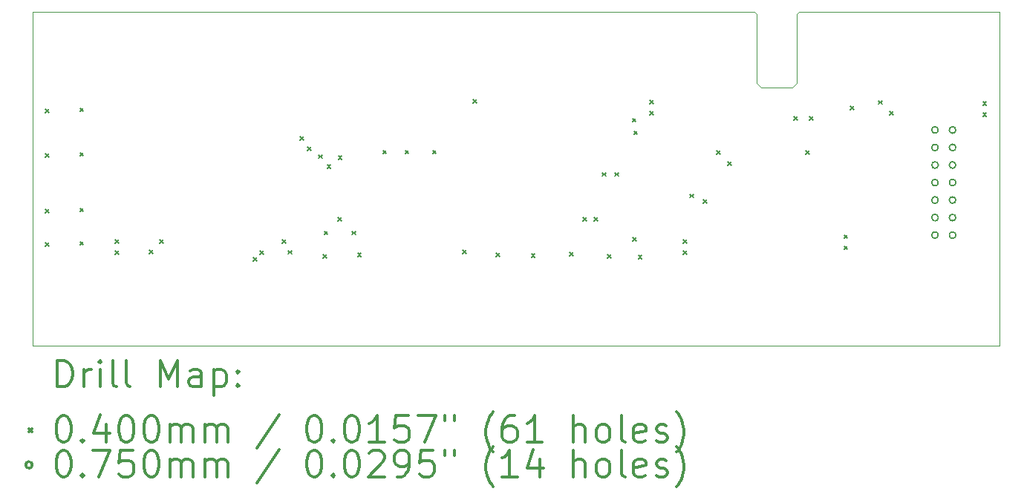
<source format=gbr>
%FSLAX45Y45*%
G04 Gerber Fmt 4.5, Leading zero omitted, Abs format (unit mm)*
G04 Created by KiCad (PCBNEW (5.1.10)-1) date 2021-12-14 16:32:32*
%MOMM*%
%LPD*%
G01*
G04 APERTURE LIST*
%TA.AperFunction,Profile*%
%ADD10C,0.050000*%
%TD*%
%ADD11C,0.200000*%
%ADD12C,0.300000*%
G04 APERTURE END LIST*
D10*
X20345400Y-4749800D02*
X20370800Y-4775200D01*
X12115800Y-5537200D02*
X12115800Y-4749800D01*
X12115800Y-8559800D02*
X12115800Y-5537200D01*
X13944600Y-8559800D02*
X12115800Y-8559800D01*
X18161000Y-8559800D02*
X13944600Y-8559800D01*
X23139400Y-8559800D02*
X18161000Y-8559800D01*
X23139400Y-4749800D02*
X23139400Y-8559800D01*
X20853400Y-4749800D02*
X23139400Y-4749800D01*
X20828000Y-4775200D02*
X20853400Y-4749800D01*
X20828000Y-5562600D02*
X20828000Y-4775200D01*
X20777200Y-5613400D02*
X20828000Y-5562600D01*
X20421600Y-5613400D02*
X20777200Y-5613400D01*
X20370800Y-5562600D02*
X20421600Y-5613400D01*
X20370800Y-4775200D02*
X20370800Y-5562600D01*
X12115800Y-4749800D02*
X20345400Y-4749800D01*
D11*
X12260000Y-5861000D02*
X12300000Y-5901000D01*
X12300000Y-5861000D02*
X12260000Y-5901000D01*
X12260000Y-6369000D02*
X12300000Y-6409000D01*
X12300000Y-6369000D02*
X12260000Y-6409000D01*
X12260000Y-7004000D02*
X12300000Y-7044000D01*
X12300000Y-7004000D02*
X12260000Y-7044000D01*
X12260000Y-7385000D02*
X12300000Y-7425000D01*
X12300000Y-7385000D02*
X12260000Y-7425000D01*
X12656000Y-5846000D02*
X12696000Y-5886000D01*
X12696000Y-5846000D02*
X12656000Y-5886000D01*
X12656000Y-6354000D02*
X12696000Y-6394000D01*
X12696000Y-6354000D02*
X12656000Y-6394000D01*
X12656000Y-6989000D02*
X12696000Y-7029000D01*
X12696000Y-6989000D02*
X12656000Y-7029000D01*
X12656000Y-7370000D02*
X12696000Y-7410000D01*
X12696000Y-7370000D02*
X12656000Y-7410000D01*
X13061000Y-7346000D02*
X13101000Y-7386000D01*
X13101000Y-7346000D02*
X13061000Y-7386000D01*
X13061000Y-7473000D02*
X13101000Y-7513000D01*
X13101000Y-7473000D02*
X13061000Y-7513000D01*
X13448000Y-7467000D02*
X13488000Y-7507000D01*
X13488000Y-7467000D02*
X13448000Y-7507000D01*
X13569000Y-7346000D02*
X13609000Y-7386000D01*
X13609000Y-7346000D02*
X13569000Y-7386000D01*
X14636000Y-7549000D02*
X14676000Y-7589000D01*
X14676000Y-7549000D02*
X14636000Y-7589000D01*
X14712000Y-7473000D02*
X14752000Y-7513000D01*
X14752000Y-7473000D02*
X14712000Y-7513000D01*
X14966000Y-7346000D02*
X15006000Y-7386000D01*
X15006000Y-7346000D02*
X14966000Y-7386000D01*
X15032000Y-7470500D02*
X15072000Y-7510500D01*
X15072000Y-7470500D02*
X15032000Y-7510500D01*
X15164087Y-6169259D02*
X15204087Y-6209259D01*
X15204087Y-6169259D02*
X15164087Y-6209259D01*
X15250270Y-6293310D02*
X15290270Y-6333310D01*
X15290270Y-6293310D02*
X15250270Y-6333310D01*
X15380000Y-6380000D02*
X15420000Y-6420000D01*
X15420000Y-6380000D02*
X15380000Y-6420000D01*
X15428000Y-7519000D02*
X15468000Y-7559000D01*
X15468000Y-7519000D02*
X15428000Y-7559000D01*
X15442250Y-7250750D02*
X15482250Y-7290750D01*
X15482250Y-7250750D02*
X15442250Y-7290750D01*
X15476173Y-6493097D02*
X15516173Y-6533097D01*
X15516173Y-6493097D02*
X15476173Y-6533097D01*
X15601000Y-7092000D02*
X15641000Y-7132000D01*
X15641000Y-7092000D02*
X15601000Y-7132000D01*
X15604142Y-6389939D02*
X15644142Y-6429939D01*
X15644142Y-6389939D02*
X15604142Y-6429939D01*
X15759750Y-7250750D02*
X15799750Y-7290750D01*
X15799750Y-7250750D02*
X15759750Y-7290750D01*
X15824000Y-7504000D02*
X15864000Y-7544000D01*
X15864000Y-7504000D02*
X15824000Y-7544000D01*
X16111302Y-6327698D02*
X16151302Y-6367698D01*
X16151302Y-6327698D02*
X16111302Y-6367698D01*
X16365302Y-6327698D02*
X16405302Y-6367698D01*
X16405302Y-6327698D02*
X16365302Y-6367698D01*
X16678108Y-6327698D02*
X16718108Y-6367698D01*
X16718108Y-6327698D02*
X16678108Y-6367698D01*
X17020556Y-7467730D02*
X17060556Y-7507730D01*
X17060556Y-7467730D02*
X17020556Y-7507730D01*
X17142643Y-5749728D02*
X17182643Y-5789728D01*
X17182643Y-5749728D02*
X17142643Y-5789728D01*
X17404206Y-7499349D02*
X17444206Y-7539349D01*
X17444206Y-7499349D02*
X17404206Y-7539349D01*
X17803917Y-7509036D02*
X17843917Y-7549036D01*
X17843917Y-7509036D02*
X17803917Y-7549036D01*
X18239268Y-7491307D02*
X18279268Y-7531307D01*
X18279268Y-7491307D02*
X18239268Y-7531307D01*
X18395000Y-7092000D02*
X18435000Y-7132000D01*
X18435000Y-7092000D02*
X18395000Y-7132000D01*
X18522000Y-7092000D02*
X18562000Y-7132000D01*
X18562000Y-7092000D02*
X18522000Y-7132000D01*
X18613718Y-6583104D02*
X18653718Y-6623104D01*
X18653718Y-6583104D02*
X18613718Y-6623104D01*
X18671401Y-7516515D02*
X18711401Y-7556515D01*
X18711401Y-7516515D02*
X18671401Y-7556515D01*
X18759623Y-6581659D02*
X18799623Y-6621659D01*
X18799623Y-6581659D02*
X18759623Y-6621659D01*
X18954807Y-5965333D02*
X18994807Y-6005333D01*
X18994807Y-5965333D02*
X18954807Y-6005333D01*
X18962965Y-7325892D02*
X19002965Y-7365892D01*
X19002965Y-7325892D02*
X18962965Y-7365892D01*
X18972159Y-6109247D02*
X19012159Y-6149247D01*
X19012159Y-6109247D02*
X18972159Y-6149247D01*
X19024310Y-7523717D02*
X19064310Y-7563717D01*
X19064310Y-7523717D02*
X19024310Y-7563717D01*
X19157000Y-5758500D02*
X19197000Y-5798500D01*
X19197000Y-5758500D02*
X19157000Y-5798500D01*
X19157000Y-5885500D02*
X19197000Y-5925500D01*
X19197000Y-5885500D02*
X19157000Y-5925500D01*
X19538000Y-7346000D02*
X19578000Y-7386000D01*
X19578000Y-7346000D02*
X19538000Y-7386000D01*
X19538000Y-7473000D02*
X19578000Y-7513000D01*
X19578000Y-7473000D02*
X19538000Y-7513000D01*
X19612570Y-6826930D02*
X19652570Y-6866930D01*
X19652570Y-6826930D02*
X19612570Y-6866930D01*
X19766184Y-6891764D02*
X19806184Y-6931764D01*
X19806184Y-6891764D02*
X19766184Y-6931764D01*
X19919000Y-6330000D02*
X19959000Y-6370000D01*
X19959000Y-6330000D02*
X19919000Y-6370000D01*
X20046000Y-6457000D02*
X20086000Y-6497000D01*
X20086000Y-6457000D02*
X20046000Y-6497000D01*
X20799704Y-5940704D02*
X20839704Y-5980704D01*
X20839704Y-5940704D02*
X20799704Y-5980704D01*
X20935000Y-6330000D02*
X20975000Y-6370000D01*
X20975000Y-6330000D02*
X20935000Y-6370000D01*
X20972309Y-5940704D02*
X21012309Y-5980704D01*
X21012309Y-5940704D02*
X20972309Y-5980704D01*
X21368000Y-7294000D02*
X21408000Y-7334000D01*
X21408000Y-7294000D02*
X21368000Y-7334000D01*
X21368000Y-7421000D02*
X21408000Y-7461000D01*
X21408000Y-7421000D02*
X21368000Y-7461000D01*
X21443000Y-5822000D02*
X21483000Y-5862000D01*
X21483000Y-5822000D02*
X21443000Y-5862000D01*
X21764000Y-5762000D02*
X21804000Y-5802000D01*
X21804000Y-5762000D02*
X21764000Y-5802000D01*
X21887500Y-5885500D02*
X21927500Y-5925500D01*
X21927500Y-5885500D02*
X21887500Y-5925500D01*
X22952000Y-5773500D02*
X22992000Y-5813500D01*
X22992000Y-5773500D02*
X22952000Y-5813500D01*
X22952000Y-5900500D02*
X22992000Y-5940500D01*
X22992000Y-5900500D02*
X22952000Y-5940500D01*
X22443500Y-6096000D02*
G75*
G03*
X22443500Y-6096000I-37500J0D01*
G01*
X22443500Y-6296000D02*
G75*
G03*
X22443500Y-6296000I-37500J0D01*
G01*
X22443500Y-6496000D02*
G75*
G03*
X22443500Y-6496000I-37500J0D01*
G01*
X22443500Y-6696000D02*
G75*
G03*
X22443500Y-6696000I-37500J0D01*
G01*
X22443500Y-6896000D02*
G75*
G03*
X22443500Y-6896000I-37500J0D01*
G01*
X22443500Y-7096000D02*
G75*
G03*
X22443500Y-7096000I-37500J0D01*
G01*
X22443500Y-7296000D02*
G75*
G03*
X22443500Y-7296000I-37500J0D01*
G01*
X22643500Y-6096000D02*
G75*
G03*
X22643500Y-6096000I-37500J0D01*
G01*
X22643500Y-6296000D02*
G75*
G03*
X22643500Y-6296000I-37500J0D01*
G01*
X22643500Y-6496000D02*
G75*
G03*
X22643500Y-6496000I-37500J0D01*
G01*
X22643500Y-6696000D02*
G75*
G03*
X22643500Y-6696000I-37500J0D01*
G01*
X22643500Y-6896000D02*
G75*
G03*
X22643500Y-6896000I-37500J0D01*
G01*
X22643500Y-7096000D02*
G75*
G03*
X22643500Y-7096000I-37500J0D01*
G01*
X22643500Y-7296000D02*
G75*
G03*
X22643500Y-7296000I-37500J0D01*
G01*
D12*
X12399728Y-9028014D02*
X12399728Y-8728014D01*
X12471157Y-8728014D01*
X12514014Y-8742300D01*
X12542586Y-8770872D01*
X12556871Y-8799443D01*
X12571157Y-8856586D01*
X12571157Y-8899443D01*
X12556871Y-8956586D01*
X12542586Y-8985157D01*
X12514014Y-9013729D01*
X12471157Y-9028014D01*
X12399728Y-9028014D01*
X12699728Y-9028014D02*
X12699728Y-8828014D01*
X12699728Y-8885157D02*
X12714014Y-8856586D01*
X12728300Y-8842300D01*
X12756871Y-8828014D01*
X12785443Y-8828014D01*
X12885443Y-9028014D02*
X12885443Y-8828014D01*
X12885443Y-8728014D02*
X12871157Y-8742300D01*
X12885443Y-8756586D01*
X12899728Y-8742300D01*
X12885443Y-8728014D01*
X12885443Y-8756586D01*
X13071157Y-9028014D02*
X13042586Y-9013729D01*
X13028300Y-8985157D01*
X13028300Y-8728014D01*
X13228300Y-9028014D02*
X13199728Y-9013729D01*
X13185443Y-8985157D01*
X13185443Y-8728014D01*
X13571157Y-9028014D02*
X13571157Y-8728014D01*
X13671157Y-8942300D01*
X13771157Y-8728014D01*
X13771157Y-9028014D01*
X14042586Y-9028014D02*
X14042586Y-8870872D01*
X14028300Y-8842300D01*
X13999728Y-8828014D01*
X13942586Y-8828014D01*
X13914014Y-8842300D01*
X14042586Y-9013729D02*
X14014014Y-9028014D01*
X13942586Y-9028014D01*
X13914014Y-9013729D01*
X13899728Y-8985157D01*
X13899728Y-8956586D01*
X13914014Y-8928014D01*
X13942586Y-8913729D01*
X14014014Y-8913729D01*
X14042586Y-8899443D01*
X14185443Y-8828014D02*
X14185443Y-9128014D01*
X14185443Y-8842300D02*
X14214014Y-8828014D01*
X14271157Y-8828014D01*
X14299728Y-8842300D01*
X14314014Y-8856586D01*
X14328300Y-8885157D01*
X14328300Y-8970872D01*
X14314014Y-8999443D01*
X14299728Y-9013729D01*
X14271157Y-9028014D01*
X14214014Y-9028014D01*
X14185443Y-9013729D01*
X14456871Y-8999443D02*
X14471157Y-9013729D01*
X14456871Y-9028014D01*
X14442586Y-9013729D01*
X14456871Y-8999443D01*
X14456871Y-9028014D01*
X14456871Y-8842300D02*
X14471157Y-8856586D01*
X14456871Y-8870872D01*
X14442586Y-8856586D01*
X14456871Y-8842300D01*
X14456871Y-8870872D01*
X12073300Y-9502300D02*
X12113300Y-9542300D01*
X12113300Y-9502300D02*
X12073300Y-9542300D01*
X12456871Y-9358014D02*
X12485443Y-9358014D01*
X12514014Y-9372300D01*
X12528300Y-9386586D01*
X12542586Y-9415157D01*
X12556871Y-9472300D01*
X12556871Y-9543729D01*
X12542586Y-9600872D01*
X12528300Y-9629443D01*
X12514014Y-9643729D01*
X12485443Y-9658014D01*
X12456871Y-9658014D01*
X12428300Y-9643729D01*
X12414014Y-9629443D01*
X12399728Y-9600872D01*
X12385443Y-9543729D01*
X12385443Y-9472300D01*
X12399728Y-9415157D01*
X12414014Y-9386586D01*
X12428300Y-9372300D01*
X12456871Y-9358014D01*
X12685443Y-9629443D02*
X12699728Y-9643729D01*
X12685443Y-9658014D01*
X12671157Y-9643729D01*
X12685443Y-9629443D01*
X12685443Y-9658014D01*
X12956871Y-9458014D02*
X12956871Y-9658014D01*
X12885443Y-9343729D02*
X12814014Y-9558014D01*
X12999728Y-9558014D01*
X13171157Y-9358014D02*
X13199728Y-9358014D01*
X13228300Y-9372300D01*
X13242586Y-9386586D01*
X13256871Y-9415157D01*
X13271157Y-9472300D01*
X13271157Y-9543729D01*
X13256871Y-9600872D01*
X13242586Y-9629443D01*
X13228300Y-9643729D01*
X13199728Y-9658014D01*
X13171157Y-9658014D01*
X13142586Y-9643729D01*
X13128300Y-9629443D01*
X13114014Y-9600872D01*
X13099728Y-9543729D01*
X13099728Y-9472300D01*
X13114014Y-9415157D01*
X13128300Y-9386586D01*
X13142586Y-9372300D01*
X13171157Y-9358014D01*
X13456871Y-9358014D02*
X13485443Y-9358014D01*
X13514014Y-9372300D01*
X13528300Y-9386586D01*
X13542586Y-9415157D01*
X13556871Y-9472300D01*
X13556871Y-9543729D01*
X13542586Y-9600872D01*
X13528300Y-9629443D01*
X13514014Y-9643729D01*
X13485443Y-9658014D01*
X13456871Y-9658014D01*
X13428300Y-9643729D01*
X13414014Y-9629443D01*
X13399728Y-9600872D01*
X13385443Y-9543729D01*
X13385443Y-9472300D01*
X13399728Y-9415157D01*
X13414014Y-9386586D01*
X13428300Y-9372300D01*
X13456871Y-9358014D01*
X13685443Y-9658014D02*
X13685443Y-9458014D01*
X13685443Y-9486586D02*
X13699728Y-9472300D01*
X13728300Y-9458014D01*
X13771157Y-9458014D01*
X13799728Y-9472300D01*
X13814014Y-9500872D01*
X13814014Y-9658014D01*
X13814014Y-9500872D02*
X13828300Y-9472300D01*
X13856871Y-9458014D01*
X13899728Y-9458014D01*
X13928300Y-9472300D01*
X13942586Y-9500872D01*
X13942586Y-9658014D01*
X14085443Y-9658014D02*
X14085443Y-9458014D01*
X14085443Y-9486586D02*
X14099728Y-9472300D01*
X14128300Y-9458014D01*
X14171157Y-9458014D01*
X14199728Y-9472300D01*
X14214014Y-9500872D01*
X14214014Y-9658014D01*
X14214014Y-9500872D02*
X14228300Y-9472300D01*
X14256871Y-9458014D01*
X14299728Y-9458014D01*
X14328300Y-9472300D01*
X14342586Y-9500872D01*
X14342586Y-9658014D01*
X14928300Y-9343729D02*
X14671157Y-9729443D01*
X15314014Y-9358014D02*
X15342586Y-9358014D01*
X15371157Y-9372300D01*
X15385443Y-9386586D01*
X15399728Y-9415157D01*
X15414014Y-9472300D01*
X15414014Y-9543729D01*
X15399728Y-9600872D01*
X15385443Y-9629443D01*
X15371157Y-9643729D01*
X15342586Y-9658014D01*
X15314014Y-9658014D01*
X15285443Y-9643729D01*
X15271157Y-9629443D01*
X15256871Y-9600872D01*
X15242586Y-9543729D01*
X15242586Y-9472300D01*
X15256871Y-9415157D01*
X15271157Y-9386586D01*
X15285443Y-9372300D01*
X15314014Y-9358014D01*
X15542586Y-9629443D02*
X15556871Y-9643729D01*
X15542586Y-9658014D01*
X15528300Y-9643729D01*
X15542586Y-9629443D01*
X15542586Y-9658014D01*
X15742586Y-9358014D02*
X15771157Y-9358014D01*
X15799728Y-9372300D01*
X15814014Y-9386586D01*
X15828300Y-9415157D01*
X15842586Y-9472300D01*
X15842586Y-9543729D01*
X15828300Y-9600872D01*
X15814014Y-9629443D01*
X15799728Y-9643729D01*
X15771157Y-9658014D01*
X15742586Y-9658014D01*
X15714014Y-9643729D01*
X15699728Y-9629443D01*
X15685443Y-9600872D01*
X15671157Y-9543729D01*
X15671157Y-9472300D01*
X15685443Y-9415157D01*
X15699728Y-9386586D01*
X15714014Y-9372300D01*
X15742586Y-9358014D01*
X16128300Y-9658014D02*
X15956871Y-9658014D01*
X16042586Y-9658014D02*
X16042586Y-9358014D01*
X16014014Y-9400872D01*
X15985443Y-9429443D01*
X15956871Y-9443729D01*
X16399728Y-9358014D02*
X16256871Y-9358014D01*
X16242586Y-9500872D01*
X16256871Y-9486586D01*
X16285443Y-9472300D01*
X16356871Y-9472300D01*
X16385443Y-9486586D01*
X16399728Y-9500872D01*
X16414014Y-9529443D01*
X16414014Y-9600872D01*
X16399728Y-9629443D01*
X16385443Y-9643729D01*
X16356871Y-9658014D01*
X16285443Y-9658014D01*
X16256871Y-9643729D01*
X16242586Y-9629443D01*
X16514014Y-9358014D02*
X16714014Y-9358014D01*
X16585443Y-9658014D01*
X16814014Y-9358014D02*
X16814014Y-9415157D01*
X16928300Y-9358014D02*
X16928300Y-9415157D01*
X17371157Y-9772300D02*
X17356871Y-9758014D01*
X17328300Y-9715157D01*
X17314014Y-9686586D01*
X17299728Y-9643729D01*
X17285443Y-9572300D01*
X17285443Y-9515157D01*
X17299728Y-9443729D01*
X17314014Y-9400872D01*
X17328300Y-9372300D01*
X17356871Y-9329443D01*
X17371157Y-9315157D01*
X17614014Y-9358014D02*
X17556871Y-9358014D01*
X17528300Y-9372300D01*
X17514014Y-9386586D01*
X17485443Y-9429443D01*
X17471157Y-9486586D01*
X17471157Y-9600872D01*
X17485443Y-9629443D01*
X17499728Y-9643729D01*
X17528300Y-9658014D01*
X17585443Y-9658014D01*
X17614014Y-9643729D01*
X17628300Y-9629443D01*
X17642586Y-9600872D01*
X17642586Y-9529443D01*
X17628300Y-9500872D01*
X17614014Y-9486586D01*
X17585443Y-9472300D01*
X17528300Y-9472300D01*
X17499728Y-9486586D01*
X17485443Y-9500872D01*
X17471157Y-9529443D01*
X17928300Y-9658014D02*
X17756871Y-9658014D01*
X17842586Y-9658014D02*
X17842586Y-9358014D01*
X17814014Y-9400872D01*
X17785443Y-9429443D01*
X17756871Y-9443729D01*
X18285443Y-9658014D02*
X18285443Y-9358014D01*
X18414014Y-9658014D02*
X18414014Y-9500872D01*
X18399728Y-9472300D01*
X18371157Y-9458014D01*
X18328300Y-9458014D01*
X18299728Y-9472300D01*
X18285443Y-9486586D01*
X18599728Y-9658014D02*
X18571157Y-9643729D01*
X18556871Y-9629443D01*
X18542586Y-9600872D01*
X18542586Y-9515157D01*
X18556871Y-9486586D01*
X18571157Y-9472300D01*
X18599728Y-9458014D01*
X18642586Y-9458014D01*
X18671157Y-9472300D01*
X18685443Y-9486586D01*
X18699728Y-9515157D01*
X18699728Y-9600872D01*
X18685443Y-9629443D01*
X18671157Y-9643729D01*
X18642586Y-9658014D01*
X18599728Y-9658014D01*
X18871157Y-9658014D02*
X18842586Y-9643729D01*
X18828300Y-9615157D01*
X18828300Y-9358014D01*
X19099728Y-9643729D02*
X19071157Y-9658014D01*
X19014014Y-9658014D01*
X18985443Y-9643729D01*
X18971157Y-9615157D01*
X18971157Y-9500872D01*
X18985443Y-9472300D01*
X19014014Y-9458014D01*
X19071157Y-9458014D01*
X19099728Y-9472300D01*
X19114014Y-9500872D01*
X19114014Y-9529443D01*
X18971157Y-9558014D01*
X19228300Y-9643729D02*
X19256871Y-9658014D01*
X19314014Y-9658014D01*
X19342586Y-9643729D01*
X19356871Y-9615157D01*
X19356871Y-9600872D01*
X19342586Y-9572300D01*
X19314014Y-9558014D01*
X19271157Y-9558014D01*
X19242586Y-9543729D01*
X19228300Y-9515157D01*
X19228300Y-9500872D01*
X19242586Y-9472300D01*
X19271157Y-9458014D01*
X19314014Y-9458014D01*
X19342586Y-9472300D01*
X19456871Y-9772300D02*
X19471157Y-9758014D01*
X19499728Y-9715157D01*
X19514014Y-9686586D01*
X19528300Y-9643729D01*
X19542586Y-9572300D01*
X19542586Y-9515157D01*
X19528300Y-9443729D01*
X19514014Y-9400872D01*
X19499728Y-9372300D01*
X19471157Y-9329443D01*
X19456871Y-9315157D01*
X12113300Y-9918300D02*
G75*
G03*
X12113300Y-9918300I-37500J0D01*
G01*
X12456871Y-9754014D02*
X12485443Y-9754014D01*
X12514014Y-9768300D01*
X12528300Y-9782586D01*
X12542586Y-9811157D01*
X12556871Y-9868300D01*
X12556871Y-9939729D01*
X12542586Y-9996872D01*
X12528300Y-10025443D01*
X12514014Y-10039729D01*
X12485443Y-10054014D01*
X12456871Y-10054014D01*
X12428300Y-10039729D01*
X12414014Y-10025443D01*
X12399728Y-9996872D01*
X12385443Y-9939729D01*
X12385443Y-9868300D01*
X12399728Y-9811157D01*
X12414014Y-9782586D01*
X12428300Y-9768300D01*
X12456871Y-9754014D01*
X12685443Y-10025443D02*
X12699728Y-10039729D01*
X12685443Y-10054014D01*
X12671157Y-10039729D01*
X12685443Y-10025443D01*
X12685443Y-10054014D01*
X12799728Y-9754014D02*
X12999728Y-9754014D01*
X12871157Y-10054014D01*
X13256871Y-9754014D02*
X13114014Y-9754014D01*
X13099728Y-9896872D01*
X13114014Y-9882586D01*
X13142586Y-9868300D01*
X13214014Y-9868300D01*
X13242586Y-9882586D01*
X13256871Y-9896872D01*
X13271157Y-9925443D01*
X13271157Y-9996872D01*
X13256871Y-10025443D01*
X13242586Y-10039729D01*
X13214014Y-10054014D01*
X13142586Y-10054014D01*
X13114014Y-10039729D01*
X13099728Y-10025443D01*
X13456871Y-9754014D02*
X13485443Y-9754014D01*
X13514014Y-9768300D01*
X13528300Y-9782586D01*
X13542586Y-9811157D01*
X13556871Y-9868300D01*
X13556871Y-9939729D01*
X13542586Y-9996872D01*
X13528300Y-10025443D01*
X13514014Y-10039729D01*
X13485443Y-10054014D01*
X13456871Y-10054014D01*
X13428300Y-10039729D01*
X13414014Y-10025443D01*
X13399728Y-9996872D01*
X13385443Y-9939729D01*
X13385443Y-9868300D01*
X13399728Y-9811157D01*
X13414014Y-9782586D01*
X13428300Y-9768300D01*
X13456871Y-9754014D01*
X13685443Y-10054014D02*
X13685443Y-9854014D01*
X13685443Y-9882586D02*
X13699728Y-9868300D01*
X13728300Y-9854014D01*
X13771157Y-9854014D01*
X13799728Y-9868300D01*
X13814014Y-9896872D01*
X13814014Y-10054014D01*
X13814014Y-9896872D02*
X13828300Y-9868300D01*
X13856871Y-9854014D01*
X13899728Y-9854014D01*
X13928300Y-9868300D01*
X13942586Y-9896872D01*
X13942586Y-10054014D01*
X14085443Y-10054014D02*
X14085443Y-9854014D01*
X14085443Y-9882586D02*
X14099728Y-9868300D01*
X14128300Y-9854014D01*
X14171157Y-9854014D01*
X14199728Y-9868300D01*
X14214014Y-9896872D01*
X14214014Y-10054014D01*
X14214014Y-9896872D02*
X14228300Y-9868300D01*
X14256871Y-9854014D01*
X14299728Y-9854014D01*
X14328300Y-9868300D01*
X14342586Y-9896872D01*
X14342586Y-10054014D01*
X14928300Y-9739729D02*
X14671157Y-10125443D01*
X15314014Y-9754014D02*
X15342586Y-9754014D01*
X15371157Y-9768300D01*
X15385443Y-9782586D01*
X15399728Y-9811157D01*
X15414014Y-9868300D01*
X15414014Y-9939729D01*
X15399728Y-9996872D01*
X15385443Y-10025443D01*
X15371157Y-10039729D01*
X15342586Y-10054014D01*
X15314014Y-10054014D01*
X15285443Y-10039729D01*
X15271157Y-10025443D01*
X15256871Y-9996872D01*
X15242586Y-9939729D01*
X15242586Y-9868300D01*
X15256871Y-9811157D01*
X15271157Y-9782586D01*
X15285443Y-9768300D01*
X15314014Y-9754014D01*
X15542586Y-10025443D02*
X15556871Y-10039729D01*
X15542586Y-10054014D01*
X15528300Y-10039729D01*
X15542586Y-10025443D01*
X15542586Y-10054014D01*
X15742586Y-9754014D02*
X15771157Y-9754014D01*
X15799728Y-9768300D01*
X15814014Y-9782586D01*
X15828300Y-9811157D01*
X15842586Y-9868300D01*
X15842586Y-9939729D01*
X15828300Y-9996872D01*
X15814014Y-10025443D01*
X15799728Y-10039729D01*
X15771157Y-10054014D01*
X15742586Y-10054014D01*
X15714014Y-10039729D01*
X15699728Y-10025443D01*
X15685443Y-9996872D01*
X15671157Y-9939729D01*
X15671157Y-9868300D01*
X15685443Y-9811157D01*
X15699728Y-9782586D01*
X15714014Y-9768300D01*
X15742586Y-9754014D01*
X15956871Y-9782586D02*
X15971157Y-9768300D01*
X15999728Y-9754014D01*
X16071157Y-9754014D01*
X16099728Y-9768300D01*
X16114014Y-9782586D01*
X16128300Y-9811157D01*
X16128300Y-9839729D01*
X16114014Y-9882586D01*
X15942586Y-10054014D01*
X16128300Y-10054014D01*
X16271157Y-10054014D02*
X16328300Y-10054014D01*
X16356871Y-10039729D01*
X16371157Y-10025443D01*
X16399728Y-9982586D01*
X16414014Y-9925443D01*
X16414014Y-9811157D01*
X16399728Y-9782586D01*
X16385443Y-9768300D01*
X16356871Y-9754014D01*
X16299728Y-9754014D01*
X16271157Y-9768300D01*
X16256871Y-9782586D01*
X16242586Y-9811157D01*
X16242586Y-9882586D01*
X16256871Y-9911157D01*
X16271157Y-9925443D01*
X16299728Y-9939729D01*
X16356871Y-9939729D01*
X16385443Y-9925443D01*
X16399728Y-9911157D01*
X16414014Y-9882586D01*
X16685443Y-9754014D02*
X16542586Y-9754014D01*
X16528300Y-9896872D01*
X16542586Y-9882586D01*
X16571157Y-9868300D01*
X16642586Y-9868300D01*
X16671157Y-9882586D01*
X16685443Y-9896872D01*
X16699728Y-9925443D01*
X16699728Y-9996872D01*
X16685443Y-10025443D01*
X16671157Y-10039729D01*
X16642586Y-10054014D01*
X16571157Y-10054014D01*
X16542586Y-10039729D01*
X16528300Y-10025443D01*
X16814014Y-9754014D02*
X16814014Y-9811157D01*
X16928300Y-9754014D02*
X16928300Y-9811157D01*
X17371157Y-10168300D02*
X17356871Y-10154014D01*
X17328300Y-10111157D01*
X17314014Y-10082586D01*
X17299728Y-10039729D01*
X17285443Y-9968300D01*
X17285443Y-9911157D01*
X17299728Y-9839729D01*
X17314014Y-9796872D01*
X17328300Y-9768300D01*
X17356871Y-9725443D01*
X17371157Y-9711157D01*
X17642586Y-10054014D02*
X17471157Y-10054014D01*
X17556871Y-10054014D02*
X17556871Y-9754014D01*
X17528300Y-9796872D01*
X17499728Y-9825443D01*
X17471157Y-9839729D01*
X17899728Y-9854014D02*
X17899728Y-10054014D01*
X17828300Y-9739729D02*
X17756871Y-9954014D01*
X17942586Y-9954014D01*
X18285443Y-10054014D02*
X18285443Y-9754014D01*
X18414014Y-10054014D02*
X18414014Y-9896872D01*
X18399728Y-9868300D01*
X18371157Y-9854014D01*
X18328300Y-9854014D01*
X18299728Y-9868300D01*
X18285443Y-9882586D01*
X18599728Y-10054014D02*
X18571157Y-10039729D01*
X18556871Y-10025443D01*
X18542586Y-9996872D01*
X18542586Y-9911157D01*
X18556871Y-9882586D01*
X18571157Y-9868300D01*
X18599728Y-9854014D01*
X18642586Y-9854014D01*
X18671157Y-9868300D01*
X18685443Y-9882586D01*
X18699728Y-9911157D01*
X18699728Y-9996872D01*
X18685443Y-10025443D01*
X18671157Y-10039729D01*
X18642586Y-10054014D01*
X18599728Y-10054014D01*
X18871157Y-10054014D02*
X18842586Y-10039729D01*
X18828300Y-10011157D01*
X18828300Y-9754014D01*
X19099728Y-10039729D02*
X19071157Y-10054014D01*
X19014014Y-10054014D01*
X18985443Y-10039729D01*
X18971157Y-10011157D01*
X18971157Y-9896872D01*
X18985443Y-9868300D01*
X19014014Y-9854014D01*
X19071157Y-9854014D01*
X19099728Y-9868300D01*
X19114014Y-9896872D01*
X19114014Y-9925443D01*
X18971157Y-9954014D01*
X19228300Y-10039729D02*
X19256871Y-10054014D01*
X19314014Y-10054014D01*
X19342586Y-10039729D01*
X19356871Y-10011157D01*
X19356871Y-9996872D01*
X19342586Y-9968300D01*
X19314014Y-9954014D01*
X19271157Y-9954014D01*
X19242586Y-9939729D01*
X19228300Y-9911157D01*
X19228300Y-9896872D01*
X19242586Y-9868300D01*
X19271157Y-9854014D01*
X19314014Y-9854014D01*
X19342586Y-9868300D01*
X19456871Y-10168300D02*
X19471157Y-10154014D01*
X19499728Y-10111157D01*
X19514014Y-10082586D01*
X19528300Y-10039729D01*
X19542586Y-9968300D01*
X19542586Y-9911157D01*
X19528300Y-9839729D01*
X19514014Y-9796872D01*
X19499728Y-9768300D01*
X19471157Y-9725443D01*
X19456871Y-9711157D01*
M02*

</source>
